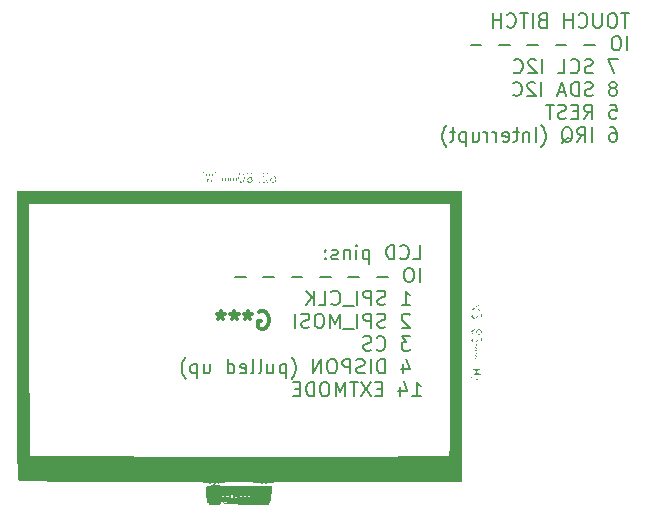
<source format=gbo>
G04 #@! TF.GenerationSoftware,KiCad,Pcbnew,7.0.11-7.0.11~ubuntu22.04.1*
G04 #@! TF.CreationDate,2024-06-25T15:30:52+02:00*
G04 #@! TF.ProjectId,S3-silicon-Sharp-Touch,53332d73-696c-4696-936f-6e2d53686172,rev?*
G04 #@! TF.SameCoordinates,Original*
G04 #@! TF.FileFunction,Legend,Bot*
G04 #@! TF.FilePolarity,Positive*
%FSLAX46Y46*%
G04 Gerber Fmt 4.6, Leading zero omitted, Abs format (unit mm)*
G04 Created by KiCad (PCBNEW 7.0.11-7.0.11~ubuntu22.04.1) date 2024-06-25 15:30:52*
%MOMM*%
%LPD*%
G01*
G04 APERTURE LIST*
%ADD10C,0.150000*%
%ADD11C,0.300000*%
%ADD12C,0.650000*%
%ADD13O,1.000000X2.100000*%
%ADD14O,1.000000X1.600000*%
%ADD15C,2.200000*%
%ADD16R,1.700000X1.700000*%
%ADD17O,1.700000X1.700000*%
G04 APERTURE END LIST*
D10*
X82144173Y-54403342D02*
X82715601Y-54403342D01*
X82715601Y-54403342D02*
X82715601Y-53203342D01*
X81058458Y-54289057D02*
X81115601Y-54346200D01*
X81115601Y-54346200D02*
X81287029Y-54403342D01*
X81287029Y-54403342D02*
X81401315Y-54403342D01*
X81401315Y-54403342D02*
X81572744Y-54346200D01*
X81572744Y-54346200D02*
X81687029Y-54231914D01*
X81687029Y-54231914D02*
X81744172Y-54117628D01*
X81744172Y-54117628D02*
X81801315Y-53889057D01*
X81801315Y-53889057D02*
X81801315Y-53717628D01*
X81801315Y-53717628D02*
X81744172Y-53489057D01*
X81744172Y-53489057D02*
X81687029Y-53374771D01*
X81687029Y-53374771D02*
X81572744Y-53260485D01*
X81572744Y-53260485D02*
X81401315Y-53203342D01*
X81401315Y-53203342D02*
X81287029Y-53203342D01*
X81287029Y-53203342D02*
X81115601Y-53260485D01*
X81115601Y-53260485D02*
X81058458Y-53317628D01*
X80544172Y-54403342D02*
X80544172Y-53203342D01*
X80544172Y-53203342D02*
X80258458Y-53203342D01*
X80258458Y-53203342D02*
X80087029Y-53260485D01*
X80087029Y-53260485D02*
X79972744Y-53374771D01*
X79972744Y-53374771D02*
X79915601Y-53489057D01*
X79915601Y-53489057D02*
X79858458Y-53717628D01*
X79858458Y-53717628D02*
X79858458Y-53889057D01*
X79858458Y-53889057D02*
X79915601Y-54117628D01*
X79915601Y-54117628D02*
X79972744Y-54231914D01*
X79972744Y-54231914D02*
X80087029Y-54346200D01*
X80087029Y-54346200D02*
X80258458Y-54403342D01*
X80258458Y-54403342D02*
X80544172Y-54403342D01*
X78429886Y-53603342D02*
X78429886Y-54803342D01*
X78429886Y-53660485D02*
X78315601Y-53603342D01*
X78315601Y-53603342D02*
X78087029Y-53603342D01*
X78087029Y-53603342D02*
X77972743Y-53660485D01*
X77972743Y-53660485D02*
X77915601Y-53717628D01*
X77915601Y-53717628D02*
X77858458Y-53831914D01*
X77858458Y-53831914D02*
X77858458Y-54174771D01*
X77858458Y-54174771D02*
X77915601Y-54289057D01*
X77915601Y-54289057D02*
X77972743Y-54346200D01*
X77972743Y-54346200D02*
X78087029Y-54403342D01*
X78087029Y-54403342D02*
X78315601Y-54403342D01*
X78315601Y-54403342D02*
X78429886Y-54346200D01*
X77344172Y-54403342D02*
X77344172Y-53603342D01*
X77344172Y-53203342D02*
X77401315Y-53260485D01*
X77401315Y-53260485D02*
X77344172Y-53317628D01*
X77344172Y-53317628D02*
X77287029Y-53260485D01*
X77287029Y-53260485D02*
X77344172Y-53203342D01*
X77344172Y-53203342D02*
X77344172Y-53317628D01*
X76772743Y-53603342D02*
X76772743Y-54403342D01*
X76772743Y-53717628D02*
X76715600Y-53660485D01*
X76715600Y-53660485D02*
X76601315Y-53603342D01*
X76601315Y-53603342D02*
X76429886Y-53603342D01*
X76429886Y-53603342D02*
X76315600Y-53660485D01*
X76315600Y-53660485D02*
X76258458Y-53774771D01*
X76258458Y-53774771D02*
X76258458Y-54403342D01*
X75744172Y-54346200D02*
X75629886Y-54403342D01*
X75629886Y-54403342D02*
X75401315Y-54403342D01*
X75401315Y-54403342D02*
X75287029Y-54346200D01*
X75287029Y-54346200D02*
X75229886Y-54231914D01*
X75229886Y-54231914D02*
X75229886Y-54174771D01*
X75229886Y-54174771D02*
X75287029Y-54060485D01*
X75287029Y-54060485D02*
X75401315Y-54003342D01*
X75401315Y-54003342D02*
X75572744Y-54003342D01*
X75572744Y-54003342D02*
X75687029Y-53946200D01*
X75687029Y-53946200D02*
X75744172Y-53831914D01*
X75744172Y-53831914D02*
X75744172Y-53774771D01*
X75744172Y-53774771D02*
X75687029Y-53660485D01*
X75687029Y-53660485D02*
X75572744Y-53603342D01*
X75572744Y-53603342D02*
X75401315Y-53603342D01*
X75401315Y-53603342D02*
X75287029Y-53660485D01*
X74715600Y-54289057D02*
X74658457Y-54346200D01*
X74658457Y-54346200D02*
X74715600Y-54403342D01*
X74715600Y-54403342D02*
X74772743Y-54346200D01*
X74772743Y-54346200D02*
X74715600Y-54289057D01*
X74715600Y-54289057D02*
X74715600Y-54403342D01*
X74715600Y-53660485D02*
X74658457Y-53717628D01*
X74658457Y-53717628D02*
X74715600Y-53774771D01*
X74715600Y-53774771D02*
X74772743Y-53717628D01*
X74772743Y-53717628D02*
X74715600Y-53660485D01*
X74715600Y-53660485D02*
X74715600Y-53774771D01*
X82715601Y-56335342D02*
X82715601Y-55135342D01*
X81915601Y-55135342D02*
X81687029Y-55135342D01*
X81687029Y-55135342D02*
X81572744Y-55192485D01*
X81572744Y-55192485D02*
X81458458Y-55306771D01*
X81458458Y-55306771D02*
X81401315Y-55535342D01*
X81401315Y-55535342D02*
X81401315Y-55935342D01*
X81401315Y-55935342D02*
X81458458Y-56163914D01*
X81458458Y-56163914D02*
X81572744Y-56278200D01*
X81572744Y-56278200D02*
X81687029Y-56335342D01*
X81687029Y-56335342D02*
X81915601Y-56335342D01*
X81915601Y-56335342D02*
X82029887Y-56278200D01*
X82029887Y-56278200D02*
X82144172Y-56163914D01*
X82144172Y-56163914D02*
X82201315Y-55935342D01*
X82201315Y-55935342D02*
X82201315Y-55535342D01*
X82201315Y-55535342D02*
X82144172Y-55306771D01*
X82144172Y-55306771D02*
X82029887Y-55192485D01*
X82029887Y-55192485D02*
X81915601Y-55135342D01*
X79972743Y-55878200D02*
X79058458Y-55878200D01*
X77572743Y-55878200D02*
X76658458Y-55878200D01*
X75172743Y-55878200D02*
X74258458Y-55878200D01*
X72772743Y-55878200D02*
X71858458Y-55878200D01*
X70372743Y-55878200D02*
X69458458Y-55878200D01*
X67972743Y-55878200D02*
X67058458Y-55878200D01*
X81172744Y-58267342D02*
X81858458Y-58267342D01*
X81515601Y-58267342D02*
X81515601Y-57067342D01*
X81515601Y-57067342D02*
X81629887Y-57238771D01*
X81629887Y-57238771D02*
X81744172Y-57353057D01*
X81744172Y-57353057D02*
X81858458Y-57410200D01*
X79801315Y-58210200D02*
X79629887Y-58267342D01*
X79629887Y-58267342D02*
X79344172Y-58267342D01*
X79344172Y-58267342D02*
X79229887Y-58210200D01*
X79229887Y-58210200D02*
X79172744Y-58153057D01*
X79172744Y-58153057D02*
X79115601Y-58038771D01*
X79115601Y-58038771D02*
X79115601Y-57924485D01*
X79115601Y-57924485D02*
X79172744Y-57810200D01*
X79172744Y-57810200D02*
X79229887Y-57753057D01*
X79229887Y-57753057D02*
X79344172Y-57695914D01*
X79344172Y-57695914D02*
X79572744Y-57638771D01*
X79572744Y-57638771D02*
X79687029Y-57581628D01*
X79687029Y-57581628D02*
X79744172Y-57524485D01*
X79744172Y-57524485D02*
X79801315Y-57410200D01*
X79801315Y-57410200D02*
X79801315Y-57295914D01*
X79801315Y-57295914D02*
X79744172Y-57181628D01*
X79744172Y-57181628D02*
X79687029Y-57124485D01*
X79687029Y-57124485D02*
X79572744Y-57067342D01*
X79572744Y-57067342D02*
X79287029Y-57067342D01*
X79287029Y-57067342D02*
X79115601Y-57124485D01*
X78601315Y-58267342D02*
X78601315Y-57067342D01*
X78601315Y-57067342D02*
X78144172Y-57067342D01*
X78144172Y-57067342D02*
X78029887Y-57124485D01*
X78029887Y-57124485D02*
X77972744Y-57181628D01*
X77972744Y-57181628D02*
X77915601Y-57295914D01*
X77915601Y-57295914D02*
X77915601Y-57467342D01*
X77915601Y-57467342D02*
X77972744Y-57581628D01*
X77972744Y-57581628D02*
X78029887Y-57638771D01*
X78029887Y-57638771D02*
X78144172Y-57695914D01*
X78144172Y-57695914D02*
X78601315Y-57695914D01*
X77401315Y-58267342D02*
X77401315Y-57067342D01*
X77115601Y-58381628D02*
X76201315Y-58381628D01*
X75229886Y-58153057D02*
X75287029Y-58210200D01*
X75287029Y-58210200D02*
X75458457Y-58267342D01*
X75458457Y-58267342D02*
X75572743Y-58267342D01*
X75572743Y-58267342D02*
X75744172Y-58210200D01*
X75744172Y-58210200D02*
X75858457Y-58095914D01*
X75858457Y-58095914D02*
X75915600Y-57981628D01*
X75915600Y-57981628D02*
X75972743Y-57753057D01*
X75972743Y-57753057D02*
X75972743Y-57581628D01*
X75972743Y-57581628D02*
X75915600Y-57353057D01*
X75915600Y-57353057D02*
X75858457Y-57238771D01*
X75858457Y-57238771D02*
X75744172Y-57124485D01*
X75744172Y-57124485D02*
X75572743Y-57067342D01*
X75572743Y-57067342D02*
X75458457Y-57067342D01*
X75458457Y-57067342D02*
X75287029Y-57124485D01*
X75287029Y-57124485D02*
X75229886Y-57181628D01*
X74144172Y-58267342D02*
X74715600Y-58267342D01*
X74715600Y-58267342D02*
X74715600Y-57067342D01*
X73744171Y-58267342D02*
X73744171Y-57067342D01*
X73058457Y-58267342D02*
X73572743Y-57581628D01*
X73058457Y-57067342D02*
X73744171Y-57753057D01*
X81858458Y-59113628D02*
X81801315Y-59056485D01*
X81801315Y-59056485D02*
X81687030Y-58999342D01*
X81687030Y-58999342D02*
X81401315Y-58999342D01*
X81401315Y-58999342D02*
X81287030Y-59056485D01*
X81287030Y-59056485D02*
X81229887Y-59113628D01*
X81229887Y-59113628D02*
X81172744Y-59227914D01*
X81172744Y-59227914D02*
X81172744Y-59342200D01*
X81172744Y-59342200D02*
X81229887Y-59513628D01*
X81229887Y-59513628D02*
X81915601Y-60199342D01*
X81915601Y-60199342D02*
X81172744Y-60199342D01*
X79801315Y-60142200D02*
X79629887Y-60199342D01*
X79629887Y-60199342D02*
X79344172Y-60199342D01*
X79344172Y-60199342D02*
X79229887Y-60142200D01*
X79229887Y-60142200D02*
X79172744Y-60085057D01*
X79172744Y-60085057D02*
X79115601Y-59970771D01*
X79115601Y-59970771D02*
X79115601Y-59856485D01*
X79115601Y-59856485D02*
X79172744Y-59742200D01*
X79172744Y-59742200D02*
X79229887Y-59685057D01*
X79229887Y-59685057D02*
X79344172Y-59627914D01*
X79344172Y-59627914D02*
X79572744Y-59570771D01*
X79572744Y-59570771D02*
X79687029Y-59513628D01*
X79687029Y-59513628D02*
X79744172Y-59456485D01*
X79744172Y-59456485D02*
X79801315Y-59342200D01*
X79801315Y-59342200D02*
X79801315Y-59227914D01*
X79801315Y-59227914D02*
X79744172Y-59113628D01*
X79744172Y-59113628D02*
X79687029Y-59056485D01*
X79687029Y-59056485D02*
X79572744Y-58999342D01*
X79572744Y-58999342D02*
X79287029Y-58999342D01*
X79287029Y-58999342D02*
X79115601Y-59056485D01*
X78601315Y-60199342D02*
X78601315Y-58999342D01*
X78601315Y-58999342D02*
X78144172Y-58999342D01*
X78144172Y-58999342D02*
X78029887Y-59056485D01*
X78029887Y-59056485D02*
X77972744Y-59113628D01*
X77972744Y-59113628D02*
X77915601Y-59227914D01*
X77915601Y-59227914D02*
X77915601Y-59399342D01*
X77915601Y-59399342D02*
X77972744Y-59513628D01*
X77972744Y-59513628D02*
X78029887Y-59570771D01*
X78029887Y-59570771D02*
X78144172Y-59627914D01*
X78144172Y-59627914D02*
X78601315Y-59627914D01*
X77401315Y-60199342D02*
X77401315Y-58999342D01*
X77115601Y-60313628D02*
X76201315Y-60313628D01*
X75915600Y-60199342D02*
X75915600Y-58999342D01*
X75915600Y-58999342D02*
X75515600Y-59856485D01*
X75515600Y-59856485D02*
X75115600Y-58999342D01*
X75115600Y-58999342D02*
X75115600Y-60199342D01*
X74315600Y-58999342D02*
X74087028Y-58999342D01*
X74087028Y-58999342D02*
X73972743Y-59056485D01*
X73972743Y-59056485D02*
X73858457Y-59170771D01*
X73858457Y-59170771D02*
X73801314Y-59399342D01*
X73801314Y-59399342D02*
X73801314Y-59799342D01*
X73801314Y-59799342D02*
X73858457Y-60027914D01*
X73858457Y-60027914D02*
X73972743Y-60142200D01*
X73972743Y-60142200D02*
X74087028Y-60199342D01*
X74087028Y-60199342D02*
X74315600Y-60199342D01*
X74315600Y-60199342D02*
X74429886Y-60142200D01*
X74429886Y-60142200D02*
X74544171Y-60027914D01*
X74544171Y-60027914D02*
X74601314Y-59799342D01*
X74601314Y-59799342D02*
X74601314Y-59399342D01*
X74601314Y-59399342D02*
X74544171Y-59170771D01*
X74544171Y-59170771D02*
X74429886Y-59056485D01*
X74429886Y-59056485D02*
X74315600Y-58999342D01*
X73344171Y-60142200D02*
X73172743Y-60199342D01*
X73172743Y-60199342D02*
X72887028Y-60199342D01*
X72887028Y-60199342D02*
X72772743Y-60142200D01*
X72772743Y-60142200D02*
X72715600Y-60085057D01*
X72715600Y-60085057D02*
X72658457Y-59970771D01*
X72658457Y-59970771D02*
X72658457Y-59856485D01*
X72658457Y-59856485D02*
X72715600Y-59742200D01*
X72715600Y-59742200D02*
X72772743Y-59685057D01*
X72772743Y-59685057D02*
X72887028Y-59627914D01*
X72887028Y-59627914D02*
X73115600Y-59570771D01*
X73115600Y-59570771D02*
X73229885Y-59513628D01*
X73229885Y-59513628D02*
X73287028Y-59456485D01*
X73287028Y-59456485D02*
X73344171Y-59342200D01*
X73344171Y-59342200D02*
X73344171Y-59227914D01*
X73344171Y-59227914D02*
X73287028Y-59113628D01*
X73287028Y-59113628D02*
X73229885Y-59056485D01*
X73229885Y-59056485D02*
X73115600Y-58999342D01*
X73115600Y-58999342D02*
X72829885Y-58999342D01*
X72829885Y-58999342D02*
X72658457Y-59056485D01*
X72144171Y-60199342D02*
X72144171Y-58999342D01*
X81915601Y-60931342D02*
X81172744Y-60931342D01*
X81172744Y-60931342D02*
X81572744Y-61388485D01*
X81572744Y-61388485D02*
X81401315Y-61388485D01*
X81401315Y-61388485D02*
X81287030Y-61445628D01*
X81287030Y-61445628D02*
X81229887Y-61502771D01*
X81229887Y-61502771D02*
X81172744Y-61617057D01*
X81172744Y-61617057D02*
X81172744Y-61902771D01*
X81172744Y-61902771D02*
X81229887Y-62017057D01*
X81229887Y-62017057D02*
X81287030Y-62074200D01*
X81287030Y-62074200D02*
X81401315Y-62131342D01*
X81401315Y-62131342D02*
X81744172Y-62131342D01*
X81744172Y-62131342D02*
X81858458Y-62074200D01*
X81858458Y-62074200D02*
X81915601Y-62017057D01*
X79058458Y-62017057D02*
X79115601Y-62074200D01*
X79115601Y-62074200D02*
X79287029Y-62131342D01*
X79287029Y-62131342D02*
X79401315Y-62131342D01*
X79401315Y-62131342D02*
X79572744Y-62074200D01*
X79572744Y-62074200D02*
X79687029Y-61959914D01*
X79687029Y-61959914D02*
X79744172Y-61845628D01*
X79744172Y-61845628D02*
X79801315Y-61617057D01*
X79801315Y-61617057D02*
X79801315Y-61445628D01*
X79801315Y-61445628D02*
X79744172Y-61217057D01*
X79744172Y-61217057D02*
X79687029Y-61102771D01*
X79687029Y-61102771D02*
X79572744Y-60988485D01*
X79572744Y-60988485D02*
X79401315Y-60931342D01*
X79401315Y-60931342D02*
X79287029Y-60931342D01*
X79287029Y-60931342D02*
X79115601Y-60988485D01*
X79115601Y-60988485D02*
X79058458Y-61045628D01*
X78601315Y-62074200D02*
X78429887Y-62131342D01*
X78429887Y-62131342D02*
X78144172Y-62131342D01*
X78144172Y-62131342D02*
X78029887Y-62074200D01*
X78029887Y-62074200D02*
X77972744Y-62017057D01*
X77972744Y-62017057D02*
X77915601Y-61902771D01*
X77915601Y-61902771D02*
X77915601Y-61788485D01*
X77915601Y-61788485D02*
X77972744Y-61674200D01*
X77972744Y-61674200D02*
X78029887Y-61617057D01*
X78029887Y-61617057D02*
X78144172Y-61559914D01*
X78144172Y-61559914D02*
X78372744Y-61502771D01*
X78372744Y-61502771D02*
X78487029Y-61445628D01*
X78487029Y-61445628D02*
X78544172Y-61388485D01*
X78544172Y-61388485D02*
X78601315Y-61274200D01*
X78601315Y-61274200D02*
X78601315Y-61159914D01*
X78601315Y-61159914D02*
X78544172Y-61045628D01*
X78544172Y-61045628D02*
X78487029Y-60988485D01*
X78487029Y-60988485D02*
X78372744Y-60931342D01*
X78372744Y-60931342D02*
X78087029Y-60931342D01*
X78087029Y-60931342D02*
X77915601Y-60988485D01*
X81287030Y-63263342D02*
X81287030Y-64063342D01*
X81572744Y-62806200D02*
X81858458Y-63663342D01*
X81858458Y-63663342D02*
X81115601Y-63663342D01*
X79744172Y-64063342D02*
X79744172Y-62863342D01*
X79744172Y-62863342D02*
X79458458Y-62863342D01*
X79458458Y-62863342D02*
X79287029Y-62920485D01*
X79287029Y-62920485D02*
X79172744Y-63034771D01*
X79172744Y-63034771D02*
X79115601Y-63149057D01*
X79115601Y-63149057D02*
X79058458Y-63377628D01*
X79058458Y-63377628D02*
X79058458Y-63549057D01*
X79058458Y-63549057D02*
X79115601Y-63777628D01*
X79115601Y-63777628D02*
X79172744Y-63891914D01*
X79172744Y-63891914D02*
X79287029Y-64006200D01*
X79287029Y-64006200D02*
X79458458Y-64063342D01*
X79458458Y-64063342D02*
X79744172Y-64063342D01*
X78544172Y-64063342D02*
X78544172Y-62863342D01*
X78029886Y-64006200D02*
X77858458Y-64063342D01*
X77858458Y-64063342D02*
X77572743Y-64063342D01*
X77572743Y-64063342D02*
X77458458Y-64006200D01*
X77458458Y-64006200D02*
X77401315Y-63949057D01*
X77401315Y-63949057D02*
X77344172Y-63834771D01*
X77344172Y-63834771D02*
X77344172Y-63720485D01*
X77344172Y-63720485D02*
X77401315Y-63606200D01*
X77401315Y-63606200D02*
X77458458Y-63549057D01*
X77458458Y-63549057D02*
X77572743Y-63491914D01*
X77572743Y-63491914D02*
X77801315Y-63434771D01*
X77801315Y-63434771D02*
X77915600Y-63377628D01*
X77915600Y-63377628D02*
X77972743Y-63320485D01*
X77972743Y-63320485D02*
X78029886Y-63206200D01*
X78029886Y-63206200D02*
X78029886Y-63091914D01*
X78029886Y-63091914D02*
X77972743Y-62977628D01*
X77972743Y-62977628D02*
X77915600Y-62920485D01*
X77915600Y-62920485D02*
X77801315Y-62863342D01*
X77801315Y-62863342D02*
X77515600Y-62863342D01*
X77515600Y-62863342D02*
X77344172Y-62920485D01*
X76829886Y-64063342D02*
X76829886Y-62863342D01*
X76829886Y-62863342D02*
X76372743Y-62863342D01*
X76372743Y-62863342D02*
X76258458Y-62920485D01*
X76258458Y-62920485D02*
X76201315Y-62977628D01*
X76201315Y-62977628D02*
X76144172Y-63091914D01*
X76144172Y-63091914D02*
X76144172Y-63263342D01*
X76144172Y-63263342D02*
X76201315Y-63377628D01*
X76201315Y-63377628D02*
X76258458Y-63434771D01*
X76258458Y-63434771D02*
X76372743Y-63491914D01*
X76372743Y-63491914D02*
X76829886Y-63491914D01*
X75401315Y-62863342D02*
X75172743Y-62863342D01*
X75172743Y-62863342D02*
X75058458Y-62920485D01*
X75058458Y-62920485D02*
X74944172Y-63034771D01*
X74944172Y-63034771D02*
X74887029Y-63263342D01*
X74887029Y-63263342D02*
X74887029Y-63663342D01*
X74887029Y-63663342D02*
X74944172Y-63891914D01*
X74944172Y-63891914D02*
X75058458Y-64006200D01*
X75058458Y-64006200D02*
X75172743Y-64063342D01*
X75172743Y-64063342D02*
X75401315Y-64063342D01*
X75401315Y-64063342D02*
X75515601Y-64006200D01*
X75515601Y-64006200D02*
X75629886Y-63891914D01*
X75629886Y-63891914D02*
X75687029Y-63663342D01*
X75687029Y-63663342D02*
X75687029Y-63263342D01*
X75687029Y-63263342D02*
X75629886Y-63034771D01*
X75629886Y-63034771D02*
X75515601Y-62920485D01*
X75515601Y-62920485D02*
X75401315Y-62863342D01*
X74372743Y-64063342D02*
X74372743Y-62863342D01*
X74372743Y-62863342D02*
X73687029Y-64063342D01*
X73687029Y-64063342D02*
X73687029Y-62863342D01*
X71858457Y-64520485D02*
X71915600Y-64463342D01*
X71915600Y-64463342D02*
X72029886Y-64291914D01*
X72029886Y-64291914D02*
X72087029Y-64177628D01*
X72087029Y-64177628D02*
X72144171Y-64006200D01*
X72144171Y-64006200D02*
X72201314Y-63720485D01*
X72201314Y-63720485D02*
X72201314Y-63491914D01*
X72201314Y-63491914D02*
X72144171Y-63206200D01*
X72144171Y-63206200D02*
X72087029Y-63034771D01*
X72087029Y-63034771D02*
X72029886Y-62920485D01*
X72029886Y-62920485D02*
X71915600Y-62749057D01*
X71915600Y-62749057D02*
X71858457Y-62691914D01*
X71401314Y-63263342D02*
X71401314Y-64463342D01*
X71401314Y-63320485D02*
X71287029Y-63263342D01*
X71287029Y-63263342D02*
X71058457Y-63263342D01*
X71058457Y-63263342D02*
X70944171Y-63320485D01*
X70944171Y-63320485D02*
X70887029Y-63377628D01*
X70887029Y-63377628D02*
X70829886Y-63491914D01*
X70829886Y-63491914D02*
X70829886Y-63834771D01*
X70829886Y-63834771D02*
X70887029Y-63949057D01*
X70887029Y-63949057D02*
X70944171Y-64006200D01*
X70944171Y-64006200D02*
X71058457Y-64063342D01*
X71058457Y-64063342D02*
X71287029Y-64063342D01*
X71287029Y-64063342D02*
X71401314Y-64006200D01*
X69801315Y-63263342D02*
X69801315Y-64063342D01*
X70315600Y-63263342D02*
X70315600Y-63891914D01*
X70315600Y-63891914D02*
X70258457Y-64006200D01*
X70258457Y-64006200D02*
X70144172Y-64063342D01*
X70144172Y-64063342D02*
X69972743Y-64063342D01*
X69972743Y-64063342D02*
X69858457Y-64006200D01*
X69858457Y-64006200D02*
X69801315Y-63949057D01*
X69058458Y-64063342D02*
X69172743Y-64006200D01*
X69172743Y-64006200D02*
X69229886Y-63891914D01*
X69229886Y-63891914D02*
X69229886Y-62863342D01*
X68429887Y-64063342D02*
X68544172Y-64006200D01*
X68544172Y-64006200D02*
X68601315Y-63891914D01*
X68601315Y-63891914D02*
X68601315Y-62863342D01*
X67515601Y-64006200D02*
X67629887Y-64063342D01*
X67629887Y-64063342D02*
X67858459Y-64063342D01*
X67858459Y-64063342D02*
X67972744Y-64006200D01*
X67972744Y-64006200D02*
X68029887Y-63891914D01*
X68029887Y-63891914D02*
X68029887Y-63434771D01*
X68029887Y-63434771D02*
X67972744Y-63320485D01*
X67972744Y-63320485D02*
X67858459Y-63263342D01*
X67858459Y-63263342D02*
X67629887Y-63263342D01*
X67629887Y-63263342D02*
X67515601Y-63320485D01*
X67515601Y-63320485D02*
X67458459Y-63434771D01*
X67458459Y-63434771D02*
X67458459Y-63549057D01*
X67458459Y-63549057D02*
X68029887Y-63663342D01*
X66429888Y-64063342D02*
X66429888Y-62863342D01*
X66429888Y-64006200D02*
X66544173Y-64063342D01*
X66544173Y-64063342D02*
X66772745Y-64063342D01*
X66772745Y-64063342D02*
X66887030Y-64006200D01*
X66887030Y-64006200D02*
X66944173Y-63949057D01*
X66944173Y-63949057D02*
X67001316Y-63834771D01*
X67001316Y-63834771D02*
X67001316Y-63491914D01*
X67001316Y-63491914D02*
X66944173Y-63377628D01*
X66944173Y-63377628D02*
X66887030Y-63320485D01*
X66887030Y-63320485D02*
X66772745Y-63263342D01*
X66772745Y-63263342D02*
X66544173Y-63263342D01*
X66544173Y-63263342D02*
X66429888Y-63320485D01*
X64429888Y-63263342D02*
X64429888Y-64063342D01*
X64944173Y-63263342D02*
X64944173Y-63891914D01*
X64944173Y-63891914D02*
X64887030Y-64006200D01*
X64887030Y-64006200D02*
X64772745Y-64063342D01*
X64772745Y-64063342D02*
X64601316Y-64063342D01*
X64601316Y-64063342D02*
X64487030Y-64006200D01*
X64487030Y-64006200D02*
X64429888Y-63949057D01*
X63858459Y-63263342D02*
X63858459Y-64463342D01*
X63858459Y-63320485D02*
X63744174Y-63263342D01*
X63744174Y-63263342D02*
X63515602Y-63263342D01*
X63515602Y-63263342D02*
X63401316Y-63320485D01*
X63401316Y-63320485D02*
X63344174Y-63377628D01*
X63344174Y-63377628D02*
X63287031Y-63491914D01*
X63287031Y-63491914D02*
X63287031Y-63834771D01*
X63287031Y-63834771D02*
X63344174Y-63949057D01*
X63344174Y-63949057D02*
X63401316Y-64006200D01*
X63401316Y-64006200D02*
X63515602Y-64063342D01*
X63515602Y-64063342D02*
X63744174Y-64063342D01*
X63744174Y-64063342D02*
X63858459Y-64006200D01*
X62887031Y-64520485D02*
X62829888Y-64463342D01*
X62829888Y-64463342D02*
X62715602Y-64291914D01*
X62715602Y-64291914D02*
X62658460Y-64177628D01*
X62658460Y-64177628D02*
X62601317Y-64006200D01*
X62601317Y-64006200D02*
X62544174Y-63720485D01*
X62544174Y-63720485D02*
X62544174Y-63491914D01*
X62544174Y-63491914D02*
X62601317Y-63206200D01*
X62601317Y-63206200D02*
X62658460Y-63034771D01*
X62658460Y-63034771D02*
X62715602Y-62920485D01*
X62715602Y-62920485D02*
X62829888Y-62749057D01*
X62829888Y-62749057D02*
X62887031Y-62691914D01*
X82087030Y-65995342D02*
X82772744Y-65995342D01*
X82429887Y-65995342D02*
X82429887Y-64795342D01*
X82429887Y-64795342D02*
X82544173Y-64966771D01*
X82544173Y-64966771D02*
X82658458Y-65081057D01*
X82658458Y-65081057D02*
X82772744Y-65138200D01*
X81058459Y-65195342D02*
X81058459Y-65995342D01*
X81344173Y-64738200D02*
X81629887Y-65595342D01*
X81629887Y-65595342D02*
X80887030Y-65595342D01*
X79515601Y-65366771D02*
X79115601Y-65366771D01*
X78944173Y-65995342D02*
X79515601Y-65995342D01*
X79515601Y-65995342D02*
X79515601Y-64795342D01*
X79515601Y-64795342D02*
X78944173Y-64795342D01*
X78544173Y-64795342D02*
X77744173Y-65995342D01*
X77744173Y-64795342D02*
X78544173Y-65995342D01*
X77458459Y-64795342D02*
X76772745Y-64795342D01*
X77115602Y-65995342D02*
X77115602Y-64795342D01*
X76372744Y-65995342D02*
X76372744Y-64795342D01*
X76372744Y-64795342D02*
X75972744Y-65652485D01*
X75972744Y-65652485D02*
X75572744Y-64795342D01*
X75572744Y-64795342D02*
X75572744Y-65995342D01*
X74772744Y-64795342D02*
X74544172Y-64795342D01*
X74544172Y-64795342D02*
X74429887Y-64852485D01*
X74429887Y-64852485D02*
X74315601Y-64966771D01*
X74315601Y-64966771D02*
X74258458Y-65195342D01*
X74258458Y-65195342D02*
X74258458Y-65595342D01*
X74258458Y-65595342D02*
X74315601Y-65823914D01*
X74315601Y-65823914D02*
X74429887Y-65938200D01*
X74429887Y-65938200D02*
X74544172Y-65995342D01*
X74544172Y-65995342D02*
X74772744Y-65995342D01*
X74772744Y-65995342D02*
X74887030Y-65938200D01*
X74887030Y-65938200D02*
X75001315Y-65823914D01*
X75001315Y-65823914D02*
X75058458Y-65595342D01*
X75058458Y-65595342D02*
X75058458Y-65195342D01*
X75058458Y-65195342D02*
X75001315Y-64966771D01*
X75001315Y-64966771D02*
X74887030Y-64852485D01*
X74887030Y-64852485D02*
X74772744Y-64795342D01*
X73744172Y-65995342D02*
X73744172Y-64795342D01*
X73744172Y-64795342D02*
X73458458Y-64795342D01*
X73458458Y-64795342D02*
X73287029Y-64852485D01*
X73287029Y-64852485D02*
X73172744Y-64966771D01*
X73172744Y-64966771D02*
X73115601Y-65081057D01*
X73115601Y-65081057D02*
X73058458Y-65309628D01*
X73058458Y-65309628D02*
X73058458Y-65481057D01*
X73058458Y-65481057D02*
X73115601Y-65709628D01*
X73115601Y-65709628D02*
X73172744Y-65823914D01*
X73172744Y-65823914D02*
X73287029Y-65938200D01*
X73287029Y-65938200D02*
X73458458Y-65995342D01*
X73458458Y-65995342D02*
X73744172Y-65995342D01*
X72544172Y-65366771D02*
X72144172Y-65366771D01*
X71972744Y-65995342D02*
X72544172Y-65995342D01*
X72544172Y-65995342D02*
X72544172Y-64795342D01*
X72544172Y-64795342D02*
X71972744Y-64795342D01*
X100437030Y-33585342D02*
X99751316Y-33585342D01*
X100094173Y-34785342D02*
X100094173Y-33585342D01*
X99122744Y-33585342D02*
X98894172Y-33585342D01*
X98894172Y-33585342D02*
X98779887Y-33642485D01*
X98779887Y-33642485D02*
X98665601Y-33756771D01*
X98665601Y-33756771D02*
X98608458Y-33985342D01*
X98608458Y-33985342D02*
X98608458Y-34385342D01*
X98608458Y-34385342D02*
X98665601Y-34613914D01*
X98665601Y-34613914D02*
X98779887Y-34728200D01*
X98779887Y-34728200D02*
X98894172Y-34785342D01*
X98894172Y-34785342D02*
X99122744Y-34785342D01*
X99122744Y-34785342D02*
X99237030Y-34728200D01*
X99237030Y-34728200D02*
X99351315Y-34613914D01*
X99351315Y-34613914D02*
X99408458Y-34385342D01*
X99408458Y-34385342D02*
X99408458Y-33985342D01*
X99408458Y-33985342D02*
X99351315Y-33756771D01*
X99351315Y-33756771D02*
X99237030Y-33642485D01*
X99237030Y-33642485D02*
X99122744Y-33585342D01*
X98094172Y-33585342D02*
X98094172Y-34556771D01*
X98094172Y-34556771D02*
X98037029Y-34671057D01*
X98037029Y-34671057D02*
X97979887Y-34728200D01*
X97979887Y-34728200D02*
X97865601Y-34785342D01*
X97865601Y-34785342D02*
X97637029Y-34785342D01*
X97637029Y-34785342D02*
X97522744Y-34728200D01*
X97522744Y-34728200D02*
X97465601Y-34671057D01*
X97465601Y-34671057D02*
X97408458Y-34556771D01*
X97408458Y-34556771D02*
X97408458Y-33585342D01*
X96151315Y-34671057D02*
X96208458Y-34728200D01*
X96208458Y-34728200D02*
X96379886Y-34785342D01*
X96379886Y-34785342D02*
X96494172Y-34785342D01*
X96494172Y-34785342D02*
X96665601Y-34728200D01*
X96665601Y-34728200D02*
X96779886Y-34613914D01*
X96779886Y-34613914D02*
X96837029Y-34499628D01*
X96837029Y-34499628D02*
X96894172Y-34271057D01*
X96894172Y-34271057D02*
X96894172Y-34099628D01*
X96894172Y-34099628D02*
X96837029Y-33871057D01*
X96837029Y-33871057D02*
X96779886Y-33756771D01*
X96779886Y-33756771D02*
X96665601Y-33642485D01*
X96665601Y-33642485D02*
X96494172Y-33585342D01*
X96494172Y-33585342D02*
X96379886Y-33585342D01*
X96379886Y-33585342D02*
X96208458Y-33642485D01*
X96208458Y-33642485D02*
X96151315Y-33699628D01*
X95637029Y-34785342D02*
X95637029Y-33585342D01*
X95637029Y-34156771D02*
X94951315Y-34156771D01*
X94951315Y-34785342D02*
X94951315Y-33585342D01*
X93065600Y-34156771D02*
X92894172Y-34213914D01*
X92894172Y-34213914D02*
X92837029Y-34271057D01*
X92837029Y-34271057D02*
X92779886Y-34385342D01*
X92779886Y-34385342D02*
X92779886Y-34556771D01*
X92779886Y-34556771D02*
X92837029Y-34671057D01*
X92837029Y-34671057D02*
X92894172Y-34728200D01*
X92894172Y-34728200D02*
X93008457Y-34785342D01*
X93008457Y-34785342D02*
X93465600Y-34785342D01*
X93465600Y-34785342D02*
X93465600Y-33585342D01*
X93465600Y-33585342D02*
X93065600Y-33585342D01*
X93065600Y-33585342D02*
X92951315Y-33642485D01*
X92951315Y-33642485D02*
X92894172Y-33699628D01*
X92894172Y-33699628D02*
X92837029Y-33813914D01*
X92837029Y-33813914D02*
X92837029Y-33928200D01*
X92837029Y-33928200D02*
X92894172Y-34042485D01*
X92894172Y-34042485D02*
X92951315Y-34099628D01*
X92951315Y-34099628D02*
X93065600Y-34156771D01*
X93065600Y-34156771D02*
X93465600Y-34156771D01*
X92265600Y-34785342D02*
X92265600Y-33585342D01*
X91865600Y-33585342D02*
X91179886Y-33585342D01*
X91522743Y-34785342D02*
X91522743Y-33585342D01*
X90094171Y-34671057D02*
X90151314Y-34728200D01*
X90151314Y-34728200D02*
X90322742Y-34785342D01*
X90322742Y-34785342D02*
X90437028Y-34785342D01*
X90437028Y-34785342D02*
X90608457Y-34728200D01*
X90608457Y-34728200D02*
X90722742Y-34613914D01*
X90722742Y-34613914D02*
X90779885Y-34499628D01*
X90779885Y-34499628D02*
X90837028Y-34271057D01*
X90837028Y-34271057D02*
X90837028Y-34099628D01*
X90837028Y-34099628D02*
X90779885Y-33871057D01*
X90779885Y-33871057D02*
X90722742Y-33756771D01*
X90722742Y-33756771D02*
X90608457Y-33642485D01*
X90608457Y-33642485D02*
X90437028Y-33585342D01*
X90437028Y-33585342D02*
X90322742Y-33585342D01*
X90322742Y-33585342D02*
X90151314Y-33642485D01*
X90151314Y-33642485D02*
X90094171Y-33699628D01*
X89579885Y-34785342D02*
X89579885Y-33585342D01*
X89579885Y-34156771D02*
X88894171Y-34156771D01*
X88894171Y-34785342D02*
X88894171Y-33585342D01*
X100265601Y-36717342D02*
X100265601Y-35517342D01*
X99465601Y-35517342D02*
X99237029Y-35517342D01*
X99237029Y-35517342D02*
X99122744Y-35574485D01*
X99122744Y-35574485D02*
X99008458Y-35688771D01*
X99008458Y-35688771D02*
X98951315Y-35917342D01*
X98951315Y-35917342D02*
X98951315Y-36317342D01*
X98951315Y-36317342D02*
X99008458Y-36545914D01*
X99008458Y-36545914D02*
X99122744Y-36660200D01*
X99122744Y-36660200D02*
X99237029Y-36717342D01*
X99237029Y-36717342D02*
X99465601Y-36717342D01*
X99465601Y-36717342D02*
X99579887Y-36660200D01*
X99579887Y-36660200D02*
X99694172Y-36545914D01*
X99694172Y-36545914D02*
X99751315Y-36317342D01*
X99751315Y-36317342D02*
X99751315Y-35917342D01*
X99751315Y-35917342D02*
X99694172Y-35688771D01*
X99694172Y-35688771D02*
X99579887Y-35574485D01*
X99579887Y-35574485D02*
X99465601Y-35517342D01*
X97522743Y-36260200D02*
X96608458Y-36260200D01*
X95122743Y-36260200D02*
X94208458Y-36260200D01*
X92722743Y-36260200D02*
X91808458Y-36260200D01*
X90322743Y-36260200D02*
X89408458Y-36260200D01*
X87922743Y-36260200D02*
X87008458Y-36260200D01*
X99465601Y-37449342D02*
X98665601Y-37449342D01*
X98665601Y-37449342D02*
X99179887Y-38649342D01*
X97351315Y-38592200D02*
X97179887Y-38649342D01*
X97179887Y-38649342D02*
X96894172Y-38649342D01*
X96894172Y-38649342D02*
X96779887Y-38592200D01*
X96779887Y-38592200D02*
X96722744Y-38535057D01*
X96722744Y-38535057D02*
X96665601Y-38420771D01*
X96665601Y-38420771D02*
X96665601Y-38306485D01*
X96665601Y-38306485D02*
X96722744Y-38192200D01*
X96722744Y-38192200D02*
X96779887Y-38135057D01*
X96779887Y-38135057D02*
X96894172Y-38077914D01*
X96894172Y-38077914D02*
X97122744Y-38020771D01*
X97122744Y-38020771D02*
X97237029Y-37963628D01*
X97237029Y-37963628D02*
X97294172Y-37906485D01*
X97294172Y-37906485D02*
X97351315Y-37792200D01*
X97351315Y-37792200D02*
X97351315Y-37677914D01*
X97351315Y-37677914D02*
X97294172Y-37563628D01*
X97294172Y-37563628D02*
X97237029Y-37506485D01*
X97237029Y-37506485D02*
X97122744Y-37449342D01*
X97122744Y-37449342D02*
X96837029Y-37449342D01*
X96837029Y-37449342D02*
X96665601Y-37506485D01*
X95465601Y-38535057D02*
X95522744Y-38592200D01*
X95522744Y-38592200D02*
X95694172Y-38649342D01*
X95694172Y-38649342D02*
X95808458Y-38649342D01*
X95808458Y-38649342D02*
X95979887Y-38592200D01*
X95979887Y-38592200D02*
X96094172Y-38477914D01*
X96094172Y-38477914D02*
X96151315Y-38363628D01*
X96151315Y-38363628D02*
X96208458Y-38135057D01*
X96208458Y-38135057D02*
X96208458Y-37963628D01*
X96208458Y-37963628D02*
X96151315Y-37735057D01*
X96151315Y-37735057D02*
X96094172Y-37620771D01*
X96094172Y-37620771D02*
X95979887Y-37506485D01*
X95979887Y-37506485D02*
X95808458Y-37449342D01*
X95808458Y-37449342D02*
X95694172Y-37449342D01*
X95694172Y-37449342D02*
X95522744Y-37506485D01*
X95522744Y-37506485D02*
X95465601Y-37563628D01*
X94379887Y-38649342D02*
X94951315Y-38649342D01*
X94951315Y-38649342D02*
X94951315Y-37449342D01*
X93065600Y-38649342D02*
X93065600Y-37449342D01*
X92551314Y-37563628D02*
X92494171Y-37506485D01*
X92494171Y-37506485D02*
X92379886Y-37449342D01*
X92379886Y-37449342D02*
X92094171Y-37449342D01*
X92094171Y-37449342D02*
X91979886Y-37506485D01*
X91979886Y-37506485D02*
X91922743Y-37563628D01*
X91922743Y-37563628D02*
X91865600Y-37677914D01*
X91865600Y-37677914D02*
X91865600Y-37792200D01*
X91865600Y-37792200D02*
X91922743Y-37963628D01*
X91922743Y-37963628D02*
X92608457Y-38649342D01*
X92608457Y-38649342D02*
X91865600Y-38649342D01*
X90665600Y-38535057D02*
X90722743Y-38592200D01*
X90722743Y-38592200D02*
X90894171Y-38649342D01*
X90894171Y-38649342D02*
X91008457Y-38649342D01*
X91008457Y-38649342D02*
X91179886Y-38592200D01*
X91179886Y-38592200D02*
X91294171Y-38477914D01*
X91294171Y-38477914D02*
X91351314Y-38363628D01*
X91351314Y-38363628D02*
X91408457Y-38135057D01*
X91408457Y-38135057D02*
X91408457Y-37963628D01*
X91408457Y-37963628D02*
X91351314Y-37735057D01*
X91351314Y-37735057D02*
X91294171Y-37620771D01*
X91294171Y-37620771D02*
X91179886Y-37506485D01*
X91179886Y-37506485D02*
X91008457Y-37449342D01*
X91008457Y-37449342D02*
X90894171Y-37449342D01*
X90894171Y-37449342D02*
X90722743Y-37506485D01*
X90722743Y-37506485D02*
X90665600Y-37563628D01*
X99179887Y-39895628D02*
X99294172Y-39838485D01*
X99294172Y-39838485D02*
X99351315Y-39781342D01*
X99351315Y-39781342D02*
X99408458Y-39667057D01*
X99408458Y-39667057D02*
X99408458Y-39609914D01*
X99408458Y-39609914D02*
X99351315Y-39495628D01*
X99351315Y-39495628D02*
X99294172Y-39438485D01*
X99294172Y-39438485D02*
X99179887Y-39381342D01*
X99179887Y-39381342D02*
X98951315Y-39381342D01*
X98951315Y-39381342D02*
X98837030Y-39438485D01*
X98837030Y-39438485D02*
X98779887Y-39495628D01*
X98779887Y-39495628D02*
X98722744Y-39609914D01*
X98722744Y-39609914D02*
X98722744Y-39667057D01*
X98722744Y-39667057D02*
X98779887Y-39781342D01*
X98779887Y-39781342D02*
X98837030Y-39838485D01*
X98837030Y-39838485D02*
X98951315Y-39895628D01*
X98951315Y-39895628D02*
X99179887Y-39895628D01*
X99179887Y-39895628D02*
X99294172Y-39952771D01*
X99294172Y-39952771D02*
X99351315Y-40009914D01*
X99351315Y-40009914D02*
X99408458Y-40124200D01*
X99408458Y-40124200D02*
X99408458Y-40352771D01*
X99408458Y-40352771D02*
X99351315Y-40467057D01*
X99351315Y-40467057D02*
X99294172Y-40524200D01*
X99294172Y-40524200D02*
X99179887Y-40581342D01*
X99179887Y-40581342D02*
X98951315Y-40581342D01*
X98951315Y-40581342D02*
X98837030Y-40524200D01*
X98837030Y-40524200D02*
X98779887Y-40467057D01*
X98779887Y-40467057D02*
X98722744Y-40352771D01*
X98722744Y-40352771D02*
X98722744Y-40124200D01*
X98722744Y-40124200D02*
X98779887Y-40009914D01*
X98779887Y-40009914D02*
X98837030Y-39952771D01*
X98837030Y-39952771D02*
X98951315Y-39895628D01*
X97351315Y-40524200D02*
X97179887Y-40581342D01*
X97179887Y-40581342D02*
X96894172Y-40581342D01*
X96894172Y-40581342D02*
X96779887Y-40524200D01*
X96779887Y-40524200D02*
X96722744Y-40467057D01*
X96722744Y-40467057D02*
X96665601Y-40352771D01*
X96665601Y-40352771D02*
X96665601Y-40238485D01*
X96665601Y-40238485D02*
X96722744Y-40124200D01*
X96722744Y-40124200D02*
X96779887Y-40067057D01*
X96779887Y-40067057D02*
X96894172Y-40009914D01*
X96894172Y-40009914D02*
X97122744Y-39952771D01*
X97122744Y-39952771D02*
X97237029Y-39895628D01*
X97237029Y-39895628D02*
X97294172Y-39838485D01*
X97294172Y-39838485D02*
X97351315Y-39724200D01*
X97351315Y-39724200D02*
X97351315Y-39609914D01*
X97351315Y-39609914D02*
X97294172Y-39495628D01*
X97294172Y-39495628D02*
X97237029Y-39438485D01*
X97237029Y-39438485D02*
X97122744Y-39381342D01*
X97122744Y-39381342D02*
X96837029Y-39381342D01*
X96837029Y-39381342D02*
X96665601Y-39438485D01*
X96151315Y-40581342D02*
X96151315Y-39381342D01*
X96151315Y-39381342D02*
X95865601Y-39381342D01*
X95865601Y-39381342D02*
X95694172Y-39438485D01*
X95694172Y-39438485D02*
X95579887Y-39552771D01*
X95579887Y-39552771D02*
X95522744Y-39667057D01*
X95522744Y-39667057D02*
X95465601Y-39895628D01*
X95465601Y-39895628D02*
X95465601Y-40067057D01*
X95465601Y-40067057D02*
X95522744Y-40295628D01*
X95522744Y-40295628D02*
X95579887Y-40409914D01*
X95579887Y-40409914D02*
X95694172Y-40524200D01*
X95694172Y-40524200D02*
X95865601Y-40581342D01*
X95865601Y-40581342D02*
X96151315Y-40581342D01*
X95008458Y-40238485D02*
X94437030Y-40238485D01*
X95122744Y-40581342D02*
X94722744Y-39381342D01*
X94722744Y-39381342D02*
X94322744Y-40581342D01*
X93008458Y-40581342D02*
X93008458Y-39381342D01*
X92494172Y-39495628D02*
X92437029Y-39438485D01*
X92437029Y-39438485D02*
X92322744Y-39381342D01*
X92322744Y-39381342D02*
X92037029Y-39381342D01*
X92037029Y-39381342D02*
X91922744Y-39438485D01*
X91922744Y-39438485D02*
X91865601Y-39495628D01*
X91865601Y-39495628D02*
X91808458Y-39609914D01*
X91808458Y-39609914D02*
X91808458Y-39724200D01*
X91808458Y-39724200D02*
X91865601Y-39895628D01*
X91865601Y-39895628D02*
X92551315Y-40581342D01*
X92551315Y-40581342D02*
X91808458Y-40581342D01*
X90608458Y-40467057D02*
X90665601Y-40524200D01*
X90665601Y-40524200D02*
X90837029Y-40581342D01*
X90837029Y-40581342D02*
X90951315Y-40581342D01*
X90951315Y-40581342D02*
X91122744Y-40524200D01*
X91122744Y-40524200D02*
X91237029Y-40409914D01*
X91237029Y-40409914D02*
X91294172Y-40295628D01*
X91294172Y-40295628D02*
X91351315Y-40067057D01*
X91351315Y-40067057D02*
X91351315Y-39895628D01*
X91351315Y-39895628D02*
X91294172Y-39667057D01*
X91294172Y-39667057D02*
X91237029Y-39552771D01*
X91237029Y-39552771D02*
X91122744Y-39438485D01*
X91122744Y-39438485D02*
X90951315Y-39381342D01*
X90951315Y-39381342D02*
X90837029Y-39381342D01*
X90837029Y-39381342D02*
X90665601Y-39438485D01*
X90665601Y-39438485D02*
X90608458Y-39495628D01*
X98779887Y-41313342D02*
X99351315Y-41313342D01*
X99351315Y-41313342D02*
X99408458Y-41884771D01*
X99408458Y-41884771D02*
X99351315Y-41827628D01*
X99351315Y-41827628D02*
X99237030Y-41770485D01*
X99237030Y-41770485D02*
X98951315Y-41770485D01*
X98951315Y-41770485D02*
X98837030Y-41827628D01*
X98837030Y-41827628D02*
X98779887Y-41884771D01*
X98779887Y-41884771D02*
X98722744Y-41999057D01*
X98722744Y-41999057D02*
X98722744Y-42284771D01*
X98722744Y-42284771D02*
X98779887Y-42399057D01*
X98779887Y-42399057D02*
X98837030Y-42456200D01*
X98837030Y-42456200D02*
X98951315Y-42513342D01*
X98951315Y-42513342D02*
X99237030Y-42513342D01*
X99237030Y-42513342D02*
X99351315Y-42456200D01*
X99351315Y-42456200D02*
X99408458Y-42399057D01*
X96608458Y-42513342D02*
X97008458Y-41941914D01*
X97294172Y-42513342D02*
X97294172Y-41313342D01*
X97294172Y-41313342D02*
X96837029Y-41313342D01*
X96837029Y-41313342D02*
X96722744Y-41370485D01*
X96722744Y-41370485D02*
X96665601Y-41427628D01*
X96665601Y-41427628D02*
X96608458Y-41541914D01*
X96608458Y-41541914D02*
X96608458Y-41713342D01*
X96608458Y-41713342D02*
X96665601Y-41827628D01*
X96665601Y-41827628D02*
X96722744Y-41884771D01*
X96722744Y-41884771D02*
X96837029Y-41941914D01*
X96837029Y-41941914D02*
X97294172Y-41941914D01*
X96094172Y-41884771D02*
X95694172Y-41884771D01*
X95522744Y-42513342D02*
X96094172Y-42513342D01*
X96094172Y-42513342D02*
X96094172Y-41313342D01*
X96094172Y-41313342D02*
X95522744Y-41313342D01*
X95065601Y-42456200D02*
X94894173Y-42513342D01*
X94894173Y-42513342D02*
X94608458Y-42513342D01*
X94608458Y-42513342D02*
X94494173Y-42456200D01*
X94494173Y-42456200D02*
X94437030Y-42399057D01*
X94437030Y-42399057D02*
X94379887Y-42284771D01*
X94379887Y-42284771D02*
X94379887Y-42170485D01*
X94379887Y-42170485D02*
X94437030Y-42056200D01*
X94437030Y-42056200D02*
X94494173Y-41999057D01*
X94494173Y-41999057D02*
X94608458Y-41941914D01*
X94608458Y-41941914D02*
X94837030Y-41884771D01*
X94837030Y-41884771D02*
X94951315Y-41827628D01*
X94951315Y-41827628D02*
X95008458Y-41770485D01*
X95008458Y-41770485D02*
X95065601Y-41656200D01*
X95065601Y-41656200D02*
X95065601Y-41541914D01*
X95065601Y-41541914D02*
X95008458Y-41427628D01*
X95008458Y-41427628D02*
X94951315Y-41370485D01*
X94951315Y-41370485D02*
X94837030Y-41313342D01*
X94837030Y-41313342D02*
X94551315Y-41313342D01*
X94551315Y-41313342D02*
X94379887Y-41370485D01*
X94037030Y-41313342D02*
X93351316Y-41313342D01*
X93694173Y-42513342D02*
X93694173Y-41313342D01*
X98837030Y-43245342D02*
X99065601Y-43245342D01*
X99065601Y-43245342D02*
X99179887Y-43302485D01*
X99179887Y-43302485D02*
X99237030Y-43359628D01*
X99237030Y-43359628D02*
X99351315Y-43531057D01*
X99351315Y-43531057D02*
X99408458Y-43759628D01*
X99408458Y-43759628D02*
X99408458Y-44216771D01*
X99408458Y-44216771D02*
X99351315Y-44331057D01*
X99351315Y-44331057D02*
X99294172Y-44388200D01*
X99294172Y-44388200D02*
X99179887Y-44445342D01*
X99179887Y-44445342D02*
X98951315Y-44445342D01*
X98951315Y-44445342D02*
X98837030Y-44388200D01*
X98837030Y-44388200D02*
X98779887Y-44331057D01*
X98779887Y-44331057D02*
X98722744Y-44216771D01*
X98722744Y-44216771D02*
X98722744Y-43931057D01*
X98722744Y-43931057D02*
X98779887Y-43816771D01*
X98779887Y-43816771D02*
X98837030Y-43759628D01*
X98837030Y-43759628D02*
X98951315Y-43702485D01*
X98951315Y-43702485D02*
X99179887Y-43702485D01*
X99179887Y-43702485D02*
X99294172Y-43759628D01*
X99294172Y-43759628D02*
X99351315Y-43816771D01*
X99351315Y-43816771D02*
X99408458Y-43931057D01*
X97294172Y-44445342D02*
X97294172Y-43245342D01*
X96037029Y-44445342D02*
X96437029Y-43873914D01*
X96722743Y-44445342D02*
X96722743Y-43245342D01*
X96722743Y-43245342D02*
X96265600Y-43245342D01*
X96265600Y-43245342D02*
X96151315Y-43302485D01*
X96151315Y-43302485D02*
X96094172Y-43359628D01*
X96094172Y-43359628D02*
X96037029Y-43473914D01*
X96037029Y-43473914D02*
X96037029Y-43645342D01*
X96037029Y-43645342D02*
X96094172Y-43759628D01*
X96094172Y-43759628D02*
X96151315Y-43816771D01*
X96151315Y-43816771D02*
X96265600Y-43873914D01*
X96265600Y-43873914D02*
X96722743Y-43873914D01*
X94722743Y-44559628D02*
X94837029Y-44502485D01*
X94837029Y-44502485D02*
X94951315Y-44388200D01*
X94951315Y-44388200D02*
X95122743Y-44216771D01*
X95122743Y-44216771D02*
X95237029Y-44159628D01*
X95237029Y-44159628D02*
X95351315Y-44159628D01*
X95294172Y-44445342D02*
X95408458Y-44388200D01*
X95408458Y-44388200D02*
X95522743Y-44273914D01*
X95522743Y-44273914D02*
X95579886Y-44045342D01*
X95579886Y-44045342D02*
X95579886Y-43645342D01*
X95579886Y-43645342D02*
X95522743Y-43416771D01*
X95522743Y-43416771D02*
X95408458Y-43302485D01*
X95408458Y-43302485D02*
X95294172Y-43245342D01*
X95294172Y-43245342D02*
X95065600Y-43245342D01*
X95065600Y-43245342D02*
X94951315Y-43302485D01*
X94951315Y-43302485D02*
X94837029Y-43416771D01*
X94837029Y-43416771D02*
X94779886Y-43645342D01*
X94779886Y-43645342D02*
X94779886Y-44045342D01*
X94779886Y-44045342D02*
X94837029Y-44273914D01*
X94837029Y-44273914D02*
X94951315Y-44388200D01*
X94951315Y-44388200D02*
X95065600Y-44445342D01*
X95065600Y-44445342D02*
X95294172Y-44445342D01*
X93008457Y-44902485D02*
X93065600Y-44845342D01*
X93065600Y-44845342D02*
X93179886Y-44673914D01*
X93179886Y-44673914D02*
X93237029Y-44559628D01*
X93237029Y-44559628D02*
X93294171Y-44388200D01*
X93294171Y-44388200D02*
X93351314Y-44102485D01*
X93351314Y-44102485D02*
X93351314Y-43873914D01*
X93351314Y-43873914D02*
X93294171Y-43588200D01*
X93294171Y-43588200D02*
X93237029Y-43416771D01*
X93237029Y-43416771D02*
X93179886Y-43302485D01*
X93179886Y-43302485D02*
X93065600Y-43131057D01*
X93065600Y-43131057D02*
X93008457Y-43073914D01*
X92551314Y-44445342D02*
X92551314Y-43245342D01*
X91979885Y-43645342D02*
X91979885Y-44445342D01*
X91979885Y-43759628D02*
X91922742Y-43702485D01*
X91922742Y-43702485D02*
X91808457Y-43645342D01*
X91808457Y-43645342D02*
X91637028Y-43645342D01*
X91637028Y-43645342D02*
X91522742Y-43702485D01*
X91522742Y-43702485D02*
X91465600Y-43816771D01*
X91465600Y-43816771D02*
X91465600Y-44445342D01*
X91065600Y-43645342D02*
X90608457Y-43645342D01*
X90894171Y-43245342D02*
X90894171Y-44273914D01*
X90894171Y-44273914D02*
X90837028Y-44388200D01*
X90837028Y-44388200D02*
X90722743Y-44445342D01*
X90722743Y-44445342D02*
X90608457Y-44445342D01*
X89751314Y-44388200D02*
X89865600Y-44445342D01*
X89865600Y-44445342D02*
X90094172Y-44445342D01*
X90094172Y-44445342D02*
X90208457Y-44388200D01*
X90208457Y-44388200D02*
X90265600Y-44273914D01*
X90265600Y-44273914D02*
X90265600Y-43816771D01*
X90265600Y-43816771D02*
X90208457Y-43702485D01*
X90208457Y-43702485D02*
X90094172Y-43645342D01*
X90094172Y-43645342D02*
X89865600Y-43645342D01*
X89865600Y-43645342D02*
X89751314Y-43702485D01*
X89751314Y-43702485D02*
X89694172Y-43816771D01*
X89694172Y-43816771D02*
X89694172Y-43931057D01*
X89694172Y-43931057D02*
X90265600Y-44045342D01*
X89179886Y-44445342D02*
X89179886Y-43645342D01*
X89179886Y-43873914D02*
X89122743Y-43759628D01*
X89122743Y-43759628D02*
X89065601Y-43702485D01*
X89065601Y-43702485D02*
X88951315Y-43645342D01*
X88951315Y-43645342D02*
X88837029Y-43645342D01*
X88437029Y-44445342D02*
X88437029Y-43645342D01*
X88437029Y-43873914D02*
X88379886Y-43759628D01*
X88379886Y-43759628D02*
X88322744Y-43702485D01*
X88322744Y-43702485D02*
X88208458Y-43645342D01*
X88208458Y-43645342D02*
X88094172Y-43645342D01*
X87179887Y-43645342D02*
X87179887Y-44445342D01*
X87694172Y-43645342D02*
X87694172Y-44273914D01*
X87694172Y-44273914D02*
X87637029Y-44388200D01*
X87637029Y-44388200D02*
X87522744Y-44445342D01*
X87522744Y-44445342D02*
X87351315Y-44445342D01*
X87351315Y-44445342D02*
X87237029Y-44388200D01*
X87237029Y-44388200D02*
X87179887Y-44331057D01*
X86608458Y-43645342D02*
X86608458Y-44845342D01*
X86608458Y-43702485D02*
X86494173Y-43645342D01*
X86494173Y-43645342D02*
X86265601Y-43645342D01*
X86265601Y-43645342D02*
X86151315Y-43702485D01*
X86151315Y-43702485D02*
X86094173Y-43759628D01*
X86094173Y-43759628D02*
X86037030Y-43873914D01*
X86037030Y-43873914D02*
X86037030Y-44216771D01*
X86037030Y-44216771D02*
X86094173Y-44331057D01*
X86094173Y-44331057D02*
X86151315Y-44388200D01*
X86151315Y-44388200D02*
X86265601Y-44445342D01*
X86265601Y-44445342D02*
X86494173Y-44445342D01*
X86494173Y-44445342D02*
X86608458Y-44388200D01*
X85694173Y-43645342D02*
X85237030Y-43645342D01*
X85522744Y-43245342D02*
X85522744Y-44273914D01*
X85522744Y-44273914D02*
X85465601Y-44388200D01*
X85465601Y-44388200D02*
X85351316Y-44445342D01*
X85351316Y-44445342D02*
X85237030Y-44445342D01*
X84951316Y-44902485D02*
X84894173Y-44845342D01*
X84894173Y-44845342D02*
X84779887Y-44673914D01*
X84779887Y-44673914D02*
X84722745Y-44559628D01*
X84722745Y-44559628D02*
X84665602Y-44388200D01*
X84665602Y-44388200D02*
X84608459Y-44102485D01*
X84608459Y-44102485D02*
X84608459Y-43873914D01*
X84608459Y-43873914D02*
X84665602Y-43588200D01*
X84665602Y-43588200D02*
X84722745Y-43416771D01*
X84722745Y-43416771D02*
X84779887Y-43302485D01*
X84779887Y-43302485D02*
X84894173Y-43131057D01*
X84894173Y-43131057D02*
X84951316Y-43073914D01*
D11*
X69071094Y-58868091D02*
X69213952Y-58796662D01*
X69213952Y-58796662D02*
X69428237Y-58796662D01*
X69428237Y-58796662D02*
X69642523Y-58868091D01*
X69642523Y-58868091D02*
X69785380Y-59010948D01*
X69785380Y-59010948D02*
X69856809Y-59153805D01*
X69856809Y-59153805D02*
X69928237Y-59439519D01*
X69928237Y-59439519D02*
X69928237Y-59653805D01*
X69928237Y-59653805D02*
X69856809Y-59939519D01*
X69856809Y-59939519D02*
X69785380Y-60082376D01*
X69785380Y-60082376D02*
X69642523Y-60225234D01*
X69642523Y-60225234D02*
X69428237Y-60296662D01*
X69428237Y-60296662D02*
X69285380Y-60296662D01*
X69285380Y-60296662D02*
X69071094Y-60225234D01*
X69071094Y-60225234D02*
X68999666Y-60153805D01*
X68999666Y-60153805D02*
X68999666Y-59653805D01*
X68999666Y-59653805D02*
X69285380Y-59653805D01*
X68142523Y-58796662D02*
X68142523Y-59153805D01*
X68499666Y-59010948D02*
X68142523Y-59153805D01*
X68142523Y-59153805D02*
X67785380Y-59010948D01*
X68356809Y-59439519D02*
X68142523Y-59153805D01*
X68142523Y-59153805D02*
X67928237Y-59439519D01*
X66999666Y-58796662D02*
X66999666Y-59153805D01*
X67356809Y-59010948D02*
X66999666Y-59153805D01*
X66999666Y-59153805D02*
X66642523Y-59010948D01*
X67213952Y-59439519D02*
X66999666Y-59153805D01*
X66999666Y-59153805D02*
X66785380Y-59439519D01*
X65856809Y-58796662D02*
X65856809Y-59153805D01*
X66213952Y-59010948D02*
X65856809Y-59153805D01*
X65856809Y-59153805D02*
X65499666Y-59010948D01*
X66071095Y-59439519D02*
X65856809Y-59153805D01*
X65856809Y-59153805D02*
X65642523Y-59439519D01*
G36*
X87731000Y-58306000D02*
G01*
X87688667Y-58348334D01*
X87646333Y-58306000D01*
X87688667Y-58263667D01*
X87731000Y-58306000D01*
G37*
G36*
X87561667Y-62370000D02*
G01*
X87519333Y-62412334D01*
X87477000Y-62370000D01*
X87519333Y-62327667D01*
X87561667Y-62370000D01*
G37*
G36*
X87561667Y-58390667D02*
G01*
X87519333Y-58433000D01*
X87477000Y-58390667D01*
X87519333Y-58348334D01*
X87561667Y-58390667D01*
G37*
G36*
X87477000Y-62793334D02*
G01*
X87434667Y-62835667D01*
X87392333Y-62793334D01*
X87434667Y-62751000D01*
X87477000Y-62793334D01*
G37*
G36*
X87223000Y-60676667D02*
G01*
X87180667Y-60719000D01*
X87138333Y-60676667D01*
X87180667Y-60634334D01*
X87223000Y-60676667D01*
G37*
G36*
X87138333Y-64402000D02*
G01*
X87096000Y-64444334D01*
X87053667Y-64402000D01*
X87096000Y-64359667D01*
X87138333Y-64402000D01*
G37*
G36*
X69866333Y-47130000D02*
G01*
X69824000Y-47172334D01*
X69781667Y-47130000D01*
X69824000Y-47087667D01*
X69866333Y-47130000D01*
G37*
G36*
X69527667Y-47384000D02*
G01*
X69485333Y-47426334D01*
X69443000Y-47384000D01*
X69485333Y-47341667D01*
X69527667Y-47384000D01*
G37*
G36*
X69527667Y-47130000D02*
G01*
X69485333Y-47172334D01*
X69443000Y-47130000D01*
X69485333Y-47087667D01*
X69527667Y-47130000D01*
G37*
G36*
X69189000Y-47892000D02*
G01*
X69146667Y-47934334D01*
X69104333Y-47892000D01*
X69146667Y-47849667D01*
X69189000Y-47892000D01*
G37*
G36*
X68511667Y-47130000D02*
G01*
X68469333Y-47172334D01*
X68427000Y-47130000D01*
X68469333Y-47087667D01*
X68511667Y-47130000D01*
G37*
G36*
X68173000Y-47130000D02*
G01*
X68130667Y-47172334D01*
X68088333Y-47130000D01*
X68130667Y-47087667D01*
X68173000Y-47130000D01*
G37*
G36*
X65463667Y-47045334D02*
G01*
X65421333Y-47087667D01*
X65379000Y-47045334D01*
X65421333Y-47003000D01*
X65463667Y-47045334D01*
G37*
G36*
X64447667Y-47045334D02*
G01*
X64405333Y-47087667D01*
X64363000Y-47045334D01*
X64405333Y-47003000D01*
X64447667Y-47045334D01*
G37*
G36*
X87787445Y-60747222D02*
G01*
X87800690Y-60772689D01*
X87731000Y-60803667D01*
X87686178Y-60797557D01*
X87674556Y-60747222D01*
X87686965Y-60737089D01*
X87787445Y-60747222D01*
G37*
G36*
X87618111Y-64557222D02*
G01*
X87631357Y-64582689D01*
X87561667Y-64613667D01*
X87516845Y-64607557D01*
X87505222Y-64557222D01*
X87517632Y-64547089D01*
X87618111Y-64557222D01*
G37*
G36*
X87561667Y-61650334D02*
G01*
X87555557Y-61695156D01*
X87505222Y-61706778D01*
X87495089Y-61694369D01*
X87505222Y-61593889D01*
X87530689Y-61580643D01*
X87561667Y-61650334D01*
G37*
G36*
X87533445Y-62101889D02*
G01*
X87546690Y-62127355D01*
X87477000Y-62158334D01*
X87432178Y-62152223D01*
X87420556Y-62101889D01*
X87432965Y-62091756D01*
X87533445Y-62101889D01*
G37*
G36*
X70543667Y-47765000D02*
G01*
X70537557Y-47809822D01*
X70487222Y-47821445D01*
X70477089Y-47809035D01*
X70487222Y-47708556D01*
X70512689Y-47695310D01*
X70543667Y-47765000D01*
G37*
G36*
X70346111Y-47877889D02*
G01*
X70359357Y-47903355D01*
X70289667Y-47934334D01*
X70244845Y-47928223D01*
X70233222Y-47877889D01*
X70245632Y-47867756D01*
X70346111Y-47877889D01*
G37*
G36*
X69628208Y-47876497D02*
G01*
X69667398Y-47906972D01*
X69577056Y-47927649D01*
X69491182Y-47921663D01*
X69465931Y-47883181D01*
X69495885Y-47866403D01*
X69628208Y-47876497D01*
G37*
G36*
X67919000Y-47511000D02*
G01*
X67912890Y-47555822D01*
X67862556Y-47567445D01*
X67852423Y-47555035D01*
X67862556Y-47454556D01*
X67888022Y-47441310D01*
X67919000Y-47511000D01*
G37*
G36*
X67834333Y-47765000D02*
G01*
X67828223Y-47809822D01*
X67777889Y-47821445D01*
X67767756Y-47809035D01*
X67777889Y-47708556D01*
X67803355Y-47695310D01*
X67834333Y-47765000D01*
G37*
G36*
X67495667Y-47172334D02*
G01*
X67489557Y-47217156D01*
X67439222Y-47228778D01*
X67429089Y-47216369D01*
X67439222Y-47115889D01*
X67464689Y-47102643D01*
X67495667Y-47172334D01*
G37*
G36*
X67404316Y-47461611D02*
G01*
X67398329Y-47547485D01*
X67359847Y-47572736D01*
X67343070Y-47542782D01*
X67353163Y-47410459D01*
X67383639Y-47371269D01*
X67404316Y-47461611D01*
G37*
G36*
X65196298Y-47257000D02*
G01*
X65184496Y-47373470D01*
X65153594Y-47362834D01*
X65142411Y-47324509D01*
X65153594Y-47151167D01*
X65182993Y-47136805D01*
X65196298Y-47257000D01*
G37*
G36*
X65111632Y-47765000D02*
G01*
X65099830Y-47881470D01*
X65068927Y-47870834D01*
X65057744Y-47832509D01*
X65068927Y-47659167D01*
X65098326Y-47644805D01*
X65111632Y-47765000D01*
G37*
G36*
X64948983Y-47207611D02*
G01*
X64942996Y-47293485D01*
X64904514Y-47318736D01*
X64887736Y-47288782D01*
X64897830Y-47156459D01*
X64928305Y-47117269D01*
X64948983Y-47207611D01*
G37*
G36*
X64688298Y-47257000D02*
G01*
X64676496Y-47373470D01*
X64645594Y-47362834D01*
X64634411Y-47324509D01*
X64645594Y-47151167D01*
X64674993Y-47136805D01*
X64688298Y-47257000D01*
G37*
G36*
X87612085Y-59266585D02*
G01*
X87585949Y-59304197D01*
X87514337Y-59364334D01*
X87502501Y-59363509D01*
X87483855Y-59314499D01*
X87574749Y-59229249D01*
X87622064Y-59208648D01*
X87612085Y-59266585D01*
G37*
G36*
X87352129Y-60328092D02*
G01*
X87260349Y-60419974D01*
X87112823Y-60522943D01*
X87063627Y-60530185D01*
X87138333Y-60422667D01*
X87209417Y-60354286D01*
X87334216Y-60295667D01*
X87352129Y-60328092D01*
G37*
G36*
X67533603Y-47817362D02*
G01*
X67598587Y-47846682D01*
X67665000Y-47901059D01*
X67641534Y-47932601D01*
X67544489Y-47920822D01*
X67453933Y-47850637D01*
X67446203Y-47811444D01*
X67533603Y-47817362D01*
G37*
G36*
X64834435Y-47584449D02*
G01*
X64805878Y-47768698D01*
X64747473Y-47976667D01*
X64717728Y-47778897D01*
X64709977Y-47644915D01*
X64737159Y-47531953D01*
X64801115Y-47502022D01*
X64834435Y-47584449D01*
G37*
G36*
X87960369Y-61036174D02*
G01*
X87985000Y-61179670D01*
X87985000Y-61180033D01*
X87970207Y-61359123D01*
X87931182Y-61375951D01*
X87875823Y-61227084D01*
X87864479Y-61119927D01*
X87908282Y-61010421D01*
X87960369Y-61036174D01*
G37*
G36*
X87960369Y-59004174D02*
G01*
X87985000Y-59147670D01*
X87985000Y-59148033D01*
X87970207Y-59327123D01*
X87931182Y-59343951D01*
X87875823Y-59195084D01*
X87864479Y-59087927D01*
X87908282Y-58978421D01*
X87960369Y-59004174D01*
G37*
G36*
X87750579Y-58605587D02*
G01*
X87815667Y-58687000D01*
X87814696Y-58706161D01*
X87778330Y-58771667D01*
X87764749Y-58767771D01*
X87688667Y-58687000D01*
X87675437Y-58654203D01*
X87726003Y-58602334D01*
X87750579Y-58605587D01*
G37*
G36*
X87496579Y-62500254D02*
G01*
X87561667Y-62581667D01*
X87560696Y-62600828D01*
X87524330Y-62666334D01*
X87510749Y-62662437D01*
X87434667Y-62581667D01*
X87421437Y-62548870D01*
X87472003Y-62497000D01*
X87496579Y-62500254D01*
G37*
G36*
X87496579Y-61822920D02*
G01*
X87561667Y-61904334D01*
X87560696Y-61923494D01*
X87524330Y-61989000D01*
X87510749Y-61985104D01*
X87434667Y-61904334D01*
X87421437Y-61871537D01*
X87472003Y-61819667D01*
X87496579Y-61822920D01*
G37*
G36*
X87342880Y-58548025D02*
G01*
X87304870Y-58619140D01*
X87213942Y-58687000D01*
X87176913Y-58684309D01*
X87149849Y-58635386D01*
X87267272Y-58516058D01*
X87292351Y-58495598D01*
X87364590Y-58456621D01*
X87342880Y-58548025D01*
G37*
G36*
X70369308Y-47245213D02*
G01*
X70492401Y-47412559D01*
X70543667Y-47534491D01*
X70542083Y-47579421D01*
X70523315Y-47588032D01*
X70464734Y-47503550D01*
X70343683Y-47299334D01*
X70194950Y-47045334D01*
X70369308Y-47245213D01*
G37*
G36*
X67712226Y-47091477D02*
G01*
X67792000Y-47172334D01*
X67807770Y-47202310D01*
X67801994Y-47257000D01*
X67787108Y-47253190D01*
X67707333Y-47172334D01*
X67691563Y-47142357D01*
X67697340Y-47087667D01*
X67712226Y-47091477D01*
G37*
G36*
X67225161Y-47638000D02*
G01*
X67225277Y-47658051D01*
X67213926Y-47790593D01*
X67186131Y-47787778D01*
X67170599Y-47718208D01*
X67182994Y-47533778D01*
X67187183Y-47519221D01*
X67212953Y-47506686D01*
X67225161Y-47638000D01*
G37*
G36*
X67011070Y-47441092D02*
G01*
X66997728Y-47614173D01*
X66969513Y-47763885D01*
X66944813Y-47801700D01*
X66920167Y-47691735D01*
X66917442Y-47550838D01*
X66966225Y-47413908D01*
X66975618Y-47405857D01*
X67011070Y-47441092D01*
G37*
G36*
X66757070Y-47441092D02*
G01*
X66743728Y-47614173D01*
X66715513Y-47763885D01*
X66690813Y-47801700D01*
X66666167Y-47691735D01*
X66663442Y-47550838D01*
X66712225Y-47413908D01*
X66721618Y-47405857D01*
X66757070Y-47441092D01*
G37*
G36*
X66547828Y-47638000D02*
G01*
X66547944Y-47658051D01*
X66536592Y-47790593D01*
X66508798Y-47787778D01*
X66493265Y-47718208D01*
X66505660Y-47533778D01*
X66509850Y-47519221D01*
X66535619Y-47506686D01*
X66547828Y-47638000D01*
G37*
G36*
X66333737Y-47441092D02*
G01*
X66320395Y-47614173D01*
X66292179Y-47763885D01*
X66267480Y-47801700D01*
X66242833Y-47691735D01*
X66240109Y-47550838D01*
X66288892Y-47413908D01*
X66298284Y-47405857D01*
X66333737Y-47441092D01*
G37*
G36*
X66079737Y-47441092D02*
G01*
X66066395Y-47614173D01*
X66038179Y-47763885D01*
X66013480Y-47801700D01*
X65988833Y-47691735D01*
X65986109Y-47550838D01*
X66034892Y-47413908D01*
X66044284Y-47405857D01*
X66079737Y-47441092D01*
G37*
G36*
X87657133Y-61248167D02*
G01*
X87570494Y-61336351D01*
X87452522Y-61396334D01*
X87427217Y-61395184D01*
X87399389Y-61372376D01*
X87461268Y-61328213D01*
X87604000Y-61224209D01*
X87689277Y-61163050D01*
X87729278Y-61149143D01*
X87657133Y-61248167D01*
G37*
G36*
X70204698Y-47442964D02*
G01*
X70158165Y-47524274D01*
X70110512Y-47718434D01*
X70106757Y-47777289D01*
X70092413Y-47836802D01*
X70060043Y-47733826D01*
X70061110Y-47622495D01*
X70154229Y-47458357D01*
X70221522Y-47406719D01*
X70204698Y-47442964D01*
G37*
G36*
X69675833Y-47629956D02*
G01*
X69807527Y-47765363D01*
X69866333Y-47876900D01*
X69865398Y-47900036D01*
X69844265Y-47927278D01*
X69843439Y-47925990D01*
X69777097Y-47837458D01*
X69653765Y-47680334D01*
X69485333Y-47468667D01*
X69675833Y-47629956D01*
G37*
G36*
X87232241Y-61075125D02*
G01*
X87180676Y-61180136D01*
X87185799Y-61329125D01*
X87189637Y-61335940D01*
X87212199Y-61395891D01*
X87133216Y-61332229D01*
X87100182Y-61298518D01*
X87074380Y-61202883D01*
X87179658Y-61078229D01*
X87259085Y-61006611D01*
X87297098Y-60983199D01*
X87232241Y-61075125D01*
G37*
G36*
X87221559Y-59055995D02*
G01*
X87183520Y-59109269D01*
X87154565Y-59222894D01*
X87263545Y-59331162D01*
X87347506Y-59409297D01*
X87334216Y-59449000D01*
X87265904Y-59426967D01*
X87134807Y-59317751D01*
X87108518Y-59283794D01*
X87079451Y-59170741D01*
X87183303Y-59042584D01*
X87268804Y-58965535D01*
X87298612Y-58950093D01*
X87221559Y-59055995D01*
G37*
G36*
X87883710Y-60370509D02*
G01*
X87950988Y-60507334D01*
X87951808Y-60524964D01*
X87949305Y-60608812D01*
X87923933Y-60528500D01*
X87878275Y-60448619D01*
X87751528Y-60386430D01*
X87621419Y-60402561D01*
X87561667Y-60502337D01*
X87554976Y-60554186D01*
X87478141Y-60675962D01*
X87435822Y-60668368D01*
X87466673Y-60532792D01*
X87467421Y-60530792D01*
X87581563Y-60385411D01*
X87740447Y-60330926D01*
X87883710Y-60370509D01*
G37*
G36*
X87676456Y-63708659D02*
G01*
X87786885Y-63721986D01*
X87752167Y-63742086D01*
X87622419Y-63797048D01*
X87556564Y-63920989D01*
X87615946Y-64050377D01*
X87794500Y-64129691D01*
X87849031Y-64146177D01*
X87770693Y-64160263D01*
X87561667Y-64166118D01*
X87370830Y-64162602D01*
X87256543Y-64149761D01*
X87286500Y-64130581D01*
X87402524Y-64081141D01*
X87477000Y-63936334D01*
X87444242Y-63834065D01*
X87286500Y-63742086D01*
X87245837Y-63726998D01*
X87318772Y-63711429D01*
X87519333Y-63705394D01*
X87676456Y-63708659D01*
G37*
G36*
X68511667Y-47807334D02*
G01*
X68439001Y-47875042D01*
X68300000Y-47934334D01*
X68227007Y-47914647D01*
X68088333Y-47807334D01*
X68055052Y-47701545D01*
X68109475Y-47701545D01*
X68194332Y-47800036D01*
X68347278Y-47832689D01*
X68470996Y-47762311D01*
X68488125Y-47711416D01*
X68442247Y-47577047D01*
X68403717Y-47548966D01*
X68262384Y-47531718D01*
X68139360Y-47591909D01*
X68109475Y-47701545D01*
X68055052Y-47701545D01*
X68039709Y-47652774D01*
X68133903Y-47503876D01*
X68353482Y-47398886D01*
X68452297Y-47381309D01*
X68478443Y-47403113D01*
X68466315Y-47445983D01*
X68522768Y-47566710D01*
X68571833Y-47663233D01*
X68551715Y-47711416D01*
X68511667Y-47807334D01*
G37*
G36*
X86291667Y-60930667D02*
G01*
X86291667Y-73080334D01*
X86291667Y-73249667D01*
X78036667Y-73249667D01*
X76514981Y-73250491D01*
X75112735Y-73253041D01*
X73871625Y-73257307D01*
X72792676Y-73263279D01*
X71876910Y-73270945D01*
X71125352Y-73280296D01*
X70539025Y-73291321D01*
X70118953Y-73304009D01*
X69866159Y-73318350D01*
X69781667Y-73334334D01*
X69757964Y-73399597D01*
X69668739Y-73407116D01*
X69583501Y-73313167D01*
X69534893Y-73257634D01*
X69449446Y-73334334D01*
X69435145Y-73353907D01*
X69353654Y-73418679D01*
X69267221Y-73334334D01*
X69191106Y-73258821D01*
X69132990Y-73313694D01*
X69103305Y-73354414D01*
X68991269Y-73356171D01*
X68948830Y-73341931D01*
X68759054Y-73318081D01*
X68455864Y-73300481D01*
X68070668Y-73289001D01*
X67634873Y-73283516D01*
X67179887Y-73283899D01*
X66737118Y-73290023D01*
X66337974Y-73301761D01*
X66013863Y-73318986D01*
X65796192Y-73341573D01*
X65716370Y-73369392D01*
X65700140Y-73399014D01*
X65631704Y-73334334D01*
X65620970Y-73318220D01*
X65545252Y-73250048D01*
X65506070Y-73292000D01*
X65467192Y-73333626D01*
X65387940Y-73411619D01*
X65282940Y-73356807D01*
X65192231Y-73298555D01*
X65061295Y-73352070D01*
X64967431Y-73406750D01*
X64882419Y-73352810D01*
X64853835Y-73340650D01*
X64732172Y-73324210D01*
X64509666Y-73309516D01*
X64179468Y-73296471D01*
X64006441Y-73292000D01*
X64955667Y-73292000D01*
X64998000Y-73334334D01*
X65040333Y-73292000D01*
X64998000Y-73249667D01*
X64955667Y-73292000D01*
X64006441Y-73292000D01*
X63734730Y-73284979D01*
X63168603Y-73274944D01*
X62474237Y-73266271D01*
X61644784Y-73258863D01*
X60673395Y-73252623D01*
X59553221Y-73247456D01*
X58277413Y-73243266D01*
X56839122Y-73239957D01*
X56789951Y-73239863D01*
X55429306Y-73236948D01*
X54228030Y-73233636D01*
X53176485Y-73229765D01*
X52265034Y-73225175D01*
X51484042Y-73219704D01*
X50823869Y-73213189D01*
X50274880Y-73205471D01*
X49827438Y-73196386D01*
X49471905Y-73185775D01*
X49198644Y-73173475D01*
X48998018Y-73159324D01*
X48860391Y-73143161D01*
X48776125Y-73124826D01*
X48735584Y-73104155D01*
X48726690Y-73090523D01*
X48710951Y-73036298D01*
X48971756Y-73036298D01*
X48981889Y-73136778D01*
X49007355Y-73150024D01*
X49038333Y-73080334D01*
X49032223Y-73035511D01*
X48981889Y-73023889D01*
X48971756Y-73036298D01*
X48710951Y-73036298D01*
X48710674Y-73035342D01*
X48696221Y-72935688D01*
X48683255Y-72783757D01*
X48671699Y-72571747D01*
X48661476Y-72291853D01*
X48652511Y-71936272D01*
X48644727Y-71497200D01*
X48638046Y-70966832D01*
X48632394Y-70337365D01*
X48627693Y-69600996D01*
X48623867Y-68749921D01*
X48620839Y-67776335D01*
X48618533Y-66672435D01*
X48616873Y-65430417D01*
X48615781Y-64042478D01*
X48615183Y-62500813D01*
X48615000Y-60797619D01*
X48615000Y-49712333D01*
X49630349Y-49712333D01*
X49651841Y-60401500D01*
X49673333Y-71090667D01*
X67368667Y-71105254D01*
X68724122Y-71106245D01*
X70409465Y-71107123D01*
X72044026Y-71107581D01*
X73619901Y-71107633D01*
X75129186Y-71107291D01*
X76563980Y-71106568D01*
X77916377Y-71105476D01*
X79178476Y-71104028D01*
X80342371Y-71102236D01*
X81400161Y-71100113D01*
X82343941Y-71097671D01*
X83165808Y-71094923D01*
X83857859Y-71091882D01*
X84412191Y-71088559D01*
X84820899Y-71084969D01*
X85076081Y-71081122D01*
X85169833Y-71077031D01*
X85183733Y-71048581D01*
X85198457Y-70953985D01*
X85211634Y-70786219D01*
X85223336Y-70537887D01*
X85233638Y-70201592D01*
X85242611Y-69769937D01*
X85250328Y-69235523D01*
X85256864Y-68590955D01*
X85262292Y-67828835D01*
X85266683Y-66941765D01*
X85270112Y-65922349D01*
X85272652Y-64763190D01*
X85274376Y-63456889D01*
X85275356Y-61996051D01*
X85275667Y-60373278D01*
X85275667Y-49712334D01*
X67453008Y-49712333D01*
X49630349Y-49712333D01*
X48615000Y-49712333D01*
X48615000Y-48611667D01*
X67453333Y-48611667D01*
X86291667Y-48611667D01*
X86291667Y-60373278D01*
X86291667Y-60930667D01*
G37*
G36*
X70175337Y-74159834D02*
G01*
X70147851Y-74453030D01*
X70130115Y-74557003D01*
X70095852Y-74757863D01*
X70078351Y-74816000D01*
X70033748Y-74964167D01*
X69923820Y-75197000D01*
X68498077Y-75197000D01*
X68434943Y-75196970D01*
X67897106Y-75193130D01*
X67508986Y-75181939D01*
X67252856Y-75162088D01*
X67110986Y-75132268D01*
X67065649Y-75091167D01*
X67054149Y-75034882D01*
X67014197Y-75097358D01*
X66995631Y-75128908D01*
X66908903Y-75133360D01*
X66745714Y-75013960D01*
X66700908Y-74975475D01*
X66611564Y-74907485D01*
X66627833Y-74940035D01*
X66652932Y-74969636D01*
X66695144Y-75043781D01*
X66724360Y-75095100D01*
X66658518Y-75153981D01*
X66440884Y-75163647D01*
X66223417Y-75124856D01*
X66011266Y-74985334D01*
X65989216Y-74958818D01*
X66160384Y-74958818D01*
X66163008Y-74966124D01*
X66244027Y-75064682D01*
X66345290Y-75099235D01*
X66395000Y-75043781D01*
X66377380Y-74996182D01*
X66260925Y-74909668D01*
X66186836Y-74895069D01*
X66160384Y-74958818D01*
X65989216Y-74958818D01*
X65927223Y-74884269D01*
X65890952Y-74871170D01*
X65911991Y-74994525D01*
X65913415Y-75001407D01*
X65917842Y-75095801D01*
X65859039Y-75149258D01*
X65701640Y-75175409D01*
X65410275Y-75187886D01*
X65370286Y-75188958D01*
X65093981Y-75190973D01*
X64943599Y-75170200D01*
X64880251Y-75113907D01*
X64865049Y-75009361D01*
X64861347Y-74923896D01*
X64843475Y-74874124D01*
X64794407Y-74981370D01*
X64754527Y-75061578D01*
X64716182Y-75038688D01*
X64673358Y-74864954D01*
X64666079Y-74816000D01*
X66733667Y-74816000D01*
X66776000Y-74858334D01*
X66818333Y-74816000D01*
X67072333Y-74816000D01*
X67114667Y-74858334D01*
X67157000Y-74816000D01*
X67114667Y-74773667D01*
X67072333Y-74816000D01*
X66818333Y-74816000D01*
X66776000Y-74773667D01*
X66733667Y-74816000D01*
X64666079Y-74816000D01*
X64652240Y-74722925D01*
X64632382Y-74482330D01*
X65971667Y-74482330D01*
X65973868Y-74490780D01*
X66056333Y-74519667D01*
X66079540Y-74516221D01*
X66103699Y-74482330D01*
X66310333Y-74482330D01*
X66326216Y-74500032D01*
X66442330Y-74519667D01*
X66502752Y-74507249D01*
X66521147Y-74433619D01*
X66484010Y-74401540D01*
X66372375Y-74403301D01*
X66351412Y-74430003D01*
X66310333Y-74482330D01*
X66103699Y-74482330D01*
X66141000Y-74430003D01*
X66134352Y-74399380D01*
X66132214Y-74399196D01*
X66751046Y-74399196D01*
X66751211Y-74433619D01*
X66751680Y-74531372D01*
X66788717Y-74595137D01*
X66853644Y-74531030D01*
X66861316Y-74506053D01*
X67082062Y-74506053D01*
X67140067Y-74621267D01*
X67160751Y-74640715D01*
X67224593Y-74654241D01*
X67225770Y-74644965D01*
X68275756Y-74644965D01*
X68285889Y-74745445D01*
X68311355Y-74758690D01*
X68342333Y-74689000D01*
X68336223Y-74644178D01*
X68285889Y-74632556D01*
X68275756Y-74644965D01*
X67225770Y-74644965D01*
X67241667Y-74519667D01*
X67241049Y-74478916D01*
X67235118Y-74454744D01*
X67446488Y-74454744D01*
X67472983Y-74519667D01*
X67488435Y-74557531D01*
X67515410Y-74568846D01*
X67618198Y-74526898D01*
X67629513Y-74499923D01*
X67614878Y-74464062D01*
X67785471Y-74464062D01*
X67799707Y-74499923D01*
X67821106Y-74553825D01*
X67858298Y-74567175D01*
X67963961Y-74515415D01*
X67976047Y-74478621D01*
X68122702Y-74478621D01*
X68210337Y-74519667D01*
X68273418Y-74509305D01*
X68331239Y-74446962D01*
X68568014Y-74446962D01*
X68571823Y-74604418D01*
X68571909Y-74604744D01*
X68603281Y-74689000D01*
X68627250Y-74753375D01*
X68666246Y-74736319D01*
X68681000Y-74557003D01*
X68660482Y-74422583D01*
X68604282Y-74387754D01*
X68575341Y-74435000D01*
X68568014Y-74446962D01*
X68331239Y-74446962D01*
X68342333Y-74435000D01*
X68340053Y-74414912D01*
X68262664Y-74350334D01*
X68238910Y-74353563D01*
X68135614Y-74431278D01*
X68130667Y-74435000D01*
X68122702Y-74478621D01*
X67976047Y-74478621D01*
X67991598Y-74431278D01*
X67939373Y-74361427D01*
X67825545Y-74409922D01*
X67785471Y-74464062D01*
X67614878Y-74464062D01*
X67587565Y-74397136D01*
X67560590Y-74385821D01*
X67457803Y-74427769D01*
X67446488Y-74454744D01*
X67235118Y-74454744D01*
X67215891Y-74376391D01*
X67140067Y-74418067D01*
X67127349Y-74437359D01*
X67082062Y-74506053D01*
X66861316Y-74506053D01*
X66882416Y-74437359D01*
X66848607Y-74353536D01*
X66767181Y-74373264D01*
X66751046Y-74399196D01*
X66132214Y-74399196D01*
X66056333Y-74392667D01*
X66030996Y-74410044D01*
X65971667Y-74482330D01*
X64632382Y-74482330D01*
X64626890Y-74415797D01*
X64617000Y-74085750D01*
X64621495Y-73814230D01*
X64637626Y-73715334D01*
X64786333Y-73715334D01*
X64828667Y-73757667D01*
X64871000Y-73715334D01*
X65802333Y-73715334D01*
X65844667Y-73757667D01*
X65887000Y-73715334D01*
X69104333Y-73715334D01*
X69146667Y-73757667D01*
X69189000Y-73715334D01*
X69527667Y-73715334D01*
X69570000Y-73757667D01*
X69612333Y-73715334D01*
X69951000Y-73715334D01*
X69993333Y-73757667D01*
X70035667Y-73715334D01*
X69993333Y-73673000D01*
X69951000Y-73715334D01*
X69612333Y-73715334D01*
X69570000Y-73673000D01*
X69527667Y-73715334D01*
X69189000Y-73715334D01*
X69146667Y-73673000D01*
X69104333Y-73715334D01*
X65887000Y-73715334D01*
X65844667Y-73673000D01*
X65802333Y-73715334D01*
X64871000Y-73715334D01*
X64828667Y-73673000D01*
X64786333Y-73715334D01*
X64637626Y-73715334D01*
X64646327Y-73661992D01*
X64708164Y-73600063D01*
X64823670Y-73588334D01*
X64964306Y-73573096D01*
X65071480Y-73521767D01*
X65121211Y-73489675D01*
X65285814Y-73466320D01*
X65475938Y-73480708D01*
X65604166Y-73531277D01*
X65604218Y-73531328D01*
X65701314Y-73546439D01*
X65945051Y-73560044D01*
X66312814Y-73571590D01*
X66781989Y-73580523D01*
X67329959Y-73586289D01*
X67934110Y-73588334D01*
X70206998Y-73588334D01*
X70199962Y-73715334D01*
X70175337Y-74159834D01*
G37*
%LPC*%
D12*
X36500000Y-69615000D03*
X42280000Y-69615000D03*
D13*
X35070000Y-69085000D03*
D14*
X35070000Y-73265000D03*
D13*
X43710000Y-69085000D03*
D14*
X43710000Y-73265000D03*
D15*
X105020000Y-73660000D03*
X30240000Y-73660000D03*
X105020000Y-33950000D03*
X30240000Y-33950000D03*
D16*
X30150000Y-41840000D03*
D17*
X30150000Y-44380000D03*
X30150000Y-46920000D03*
X30150000Y-49460000D03*
X30150000Y-52000000D03*
X30150000Y-54540000D03*
D16*
X37400000Y-34130000D03*
D17*
X39940000Y-34130000D03*
X42480000Y-34130000D03*
X45020000Y-34130000D03*
X47560000Y-34130000D03*
X50100000Y-34130000D03*
X52640000Y-34130000D03*
X55180000Y-34130000D03*
X57720000Y-34130000D03*
X60260000Y-34130000D03*
X62800000Y-34130000D03*
%LPD*%
M02*

</source>
